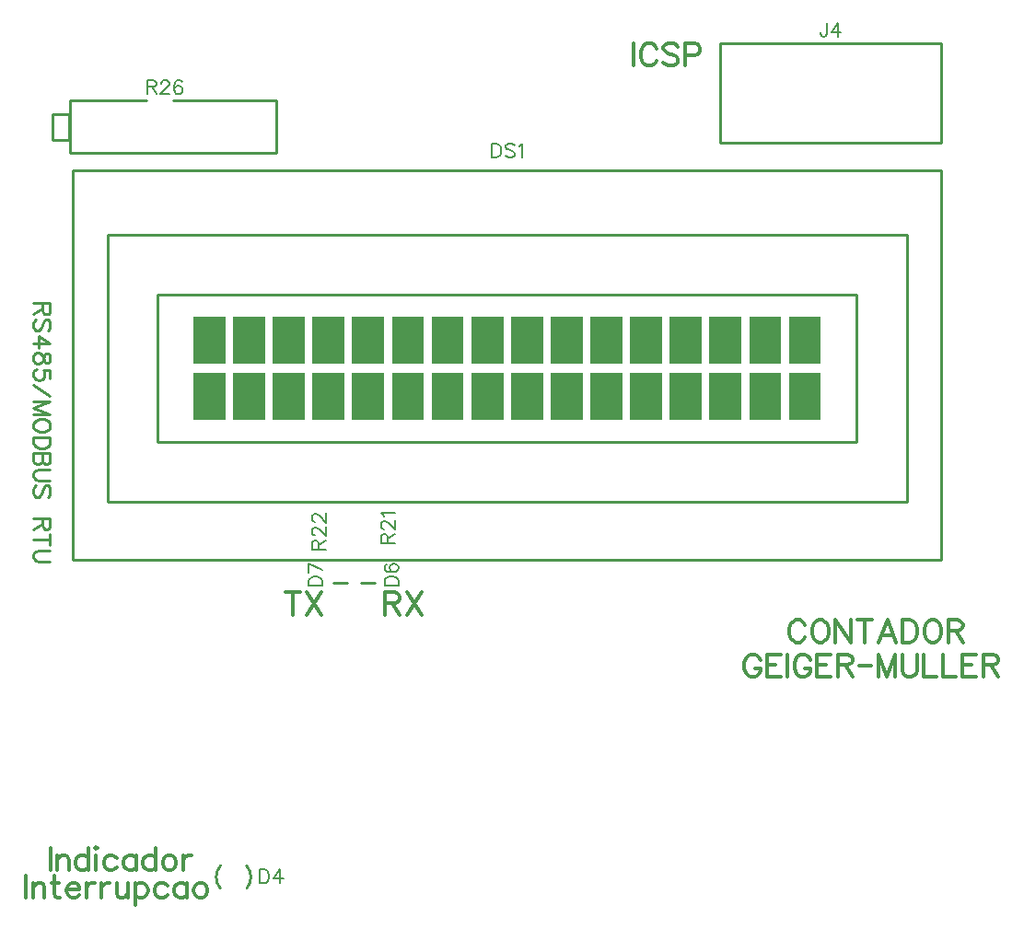
<source format=gto>
G04 DipTrace 3.0.0.2*
G04 TopSilkscreen.gto*
%MOIN*%
G04 #@! TF.FileFunction,Legend,Top*
G04 #@! TF.Part,Single*
%ADD10C,0.009843*%
%ADD128C,0.00772*%
%ADD129C,0.012351*%
%ADD130C,0.009264*%
%FSLAX26Y26*%
G04*
G70*
G90*
G75*
G01*
G04 TopSilk*
%LPD*%
X1327630Y1157564D2*
D10*
G02X1328764Y1239796I47136J40474D01*
G01*
X1423630Y1157564D2*
G03X1422496Y1239796I-47136J40474D01*
G01*
X1836634Y2262085D2*
X1887776D1*
X1736634D2*
X1787776D1*
X795134Y3756726D2*
X3936913D1*
Y2347230D1*
X795134D1*
Y3756726D1*
X919185Y3524383D2*
X3812862D1*
Y2555828D1*
X919185D1*
Y3524383D1*
X1100319Y3307919D2*
X3631728D1*
Y2772438D1*
X1100319D1*
Y3307919D1*
G36*
X1230429Y3055911D2*
X1346189D1*
Y3227218D1*
X1230429D1*
Y3055911D1*
G37*
G36*
Y2853139D2*
X1346189D1*
Y3024301D1*
X1230429D1*
Y2853139D1*
G37*
G36*
X1373933Y3055911D2*
X1490012D1*
Y3227218D1*
X1373933D1*
Y3055911D1*
G37*
G36*
Y2853139D2*
X1490012D1*
Y3024301D1*
X1373933D1*
Y2853139D1*
G37*
G36*
X1517437Y3055911D2*
X1633835D1*
Y3227218D1*
X1517437D1*
Y3055911D1*
G37*
G36*
Y2853139D2*
X1633835D1*
Y3024301D1*
X1517437D1*
Y2853139D1*
G37*
G36*
X1661260Y3055911D2*
X1777657D1*
Y3227218D1*
X1661260D1*
Y3055911D1*
G37*
G36*
Y2853139D2*
X1777657D1*
Y3024301D1*
X1661260D1*
Y2853139D1*
G37*
G36*
X1804764Y3055911D2*
X1921161D1*
Y3227218D1*
X1804764D1*
Y3055911D1*
G37*
G36*
Y2853139D2*
X1921161D1*
Y3024301D1*
X1804764D1*
Y2853139D1*
G37*
G36*
X1948906Y3055911D2*
X2064665D1*
Y3227218D1*
X1948906D1*
Y3055911D1*
G37*
G36*
Y2853139D2*
X2064665D1*
Y3024301D1*
X1948906D1*
Y2853139D1*
G37*
G36*
X2092409Y3055911D2*
X2208488D1*
Y3227218D1*
X2092409D1*
Y3055911D1*
G37*
G36*
Y2853139D2*
X2208488D1*
Y3024301D1*
X2092409D1*
Y2853139D1*
G37*
G36*
X2235913Y3055911D2*
X2352311D1*
Y3227218D1*
X2235913D1*
Y3055911D1*
G37*
G36*
Y2853139D2*
X2352311D1*
Y3024301D1*
X2235913D1*
Y2853139D1*
G37*
G36*
X2379736Y3055911D2*
X2496134D1*
Y3227218D1*
X2379736D1*
Y3055911D1*
G37*
G36*
Y2853139D2*
X2496134D1*
Y3024301D1*
X2379736D1*
Y2853139D1*
G37*
G36*
X2523559Y3055911D2*
X2639638D1*
Y3227218D1*
X2523559D1*
Y3055911D1*
G37*
G36*
Y2853139D2*
X2639638D1*
Y3024301D1*
X2523559D1*
Y2853139D1*
G37*
G36*
X2667382Y3055911D2*
X2783142D1*
Y3227218D1*
X2667382D1*
Y3055911D1*
G37*
G36*
Y2853139D2*
X2783142D1*
Y3024301D1*
X2667382D1*
Y2853139D1*
G37*
G36*
X2810886Y3055911D2*
X2927283D1*
Y3227218D1*
X2810886D1*
Y3055911D1*
G37*
G36*
Y2853139D2*
X2927283D1*
Y3024301D1*
X2810886D1*
Y2853139D1*
G37*
G36*
X2954390Y3055911D2*
X3070787D1*
Y3227218D1*
X2954390D1*
Y3055911D1*
G37*
G36*
Y2853139D2*
X3070787D1*
Y3024301D1*
X2954390D1*
Y2853139D1*
G37*
G36*
X3098213Y3055911D2*
X3214610D1*
Y3227218D1*
X3098213D1*
Y3055911D1*
G37*
G36*
Y2853139D2*
X3214610D1*
Y3024301D1*
X3098213D1*
Y2853139D1*
G37*
G36*
X3242035Y3055911D2*
X3358114D1*
Y3227218D1*
X3242035D1*
Y3055911D1*
G37*
G36*
Y2853139D2*
X3358114D1*
Y3024301D1*
X3242035D1*
Y2853139D1*
G37*
G36*
X3385858Y3055911D2*
X3501618D1*
Y3227218D1*
X3385858D1*
Y3055911D1*
G37*
G36*
Y2853139D2*
X3501618D1*
Y3024301D1*
X3385858D1*
Y2853139D1*
G37*
X3137205Y4217205D2*
D10*
X3937205D1*
Y3857205D1*
X3137205D1*
Y4217205D1*
X1531890Y3819587D2*
X782259D1*
X1531890Y4009350D2*
X1157074D1*
X1531890D2*
Y3819587D1*
X782259Y4009350D2*
Y3819587D1*
X781530Y3868014D2*
X721654D1*
Y3960923D1*
X781530D1*
Y3868014D1*
X1058631Y4009350D2*
X782259D1*
X1470729Y1225874D2*
D128*
Y1175634D1*
X1487475D1*
X1494660Y1178066D1*
X1499469Y1182819D1*
X1501845Y1187627D1*
X1504222Y1194757D1*
Y1206751D1*
X1501845Y1213936D1*
X1499469Y1218689D1*
X1494660Y1223497D1*
X1487475Y1225874D1*
X1470729D1*
X1543593Y1175634D2*
Y1225819D1*
X1519661Y1192381D1*
X1555531D1*
X1921954Y2253201D2*
X1972194D1*
Y2269948D1*
X1969762Y2277133D1*
X1965009Y2281941D1*
X1960201Y2284318D1*
X1953071Y2286695D1*
X1941077D1*
X1933892Y2284318D1*
X1929139Y2281941D1*
X1924331Y2277133D1*
X1921954Y2269948D1*
Y2253201D1*
X1929139Y2330819D2*
X1924386Y2328442D1*
X1922009Y2321257D1*
Y2316504D1*
X1924386Y2309319D1*
X1931571Y2304510D1*
X1943509Y2302134D1*
X1955447D1*
X1965009Y2304510D1*
X1969818Y2309319D1*
X1972194Y2316504D1*
Y2318880D1*
X1969818Y2326010D1*
X1965009Y2330819D1*
X1957824Y2333195D1*
X1955447D1*
X1948262Y2330819D1*
X1943509Y2326010D1*
X1941133Y2318880D1*
Y2316504D1*
X1943509Y2309319D1*
X1948262Y2304510D1*
X1955447Y2302134D1*
X1646954Y2251985D2*
X1697194D1*
Y2268732D1*
X1694762Y2275917D1*
X1690009Y2280725D1*
X1685201Y2283102D1*
X1678071Y2285479D1*
X1666077D1*
X1658892Y2283102D1*
X1654139Y2280725D1*
X1649331Y2275917D1*
X1646954Y2268732D1*
Y2251985D1*
X1697194Y2310479D2*
X1647009Y2334411D1*
Y2300918D1*
X2311094Y3853547D2*
Y3803307D1*
X2327841D1*
X2335026Y3805739D1*
X2339834Y3810492D1*
X2342211Y3815301D1*
X2344588Y3822430D1*
Y3834424D1*
X2342211Y3841609D1*
X2339834Y3846362D1*
X2335026Y3851171D1*
X2327841Y3853547D1*
X2311094D1*
X2393520Y3846362D2*
X2388767Y3851171D1*
X2381582Y3853547D1*
X2372020D1*
X2364835Y3851171D1*
X2360027Y3846362D1*
Y3841609D1*
X2362459Y3836801D1*
X2364835Y3834424D1*
X2369589Y3832047D1*
X2383959Y3827239D1*
X2388767Y3824862D1*
X2391144Y3822430D1*
X2393520Y3817677D1*
Y3810492D1*
X2388767Y3805739D1*
X2381582Y3803307D1*
X2372020D1*
X2364835Y3805739D1*
X2360027Y3810492D1*
X2408959Y3843930D2*
X2413768Y3846362D1*
X2420953Y3853492D1*
Y3803307D1*
X3523516Y4290428D2*
Y4252181D1*
X3521139Y4244996D1*
X3518708Y4242620D1*
X3513954Y4240188D1*
X3509146D1*
X3504393Y4242620D1*
X3502016Y4244996D1*
X3499584Y4252181D1*
Y4256934D1*
X3562887Y4240188D2*
Y4290373D1*
X3538955Y4256934D1*
X3574825D1*
X1933386Y2407177D2*
Y2428677D1*
X1930954Y2435862D1*
X1928577Y2438294D1*
X1923824Y2440670D1*
X1919016D1*
X1914263Y2438294D1*
X1911831Y2435862D1*
X1909454Y2428677D1*
Y2407177D1*
X1959694D1*
X1933386Y2423924D2*
X1959694Y2440670D1*
X1921448Y2458541D2*
X1919071D1*
X1914263Y2460918D1*
X1911886Y2463295D1*
X1909509Y2468103D1*
Y2477665D1*
X1911886Y2482418D1*
X1914263Y2484794D1*
X1919071Y2487226D1*
X1923824D1*
X1928633Y2484794D1*
X1935762Y2480041D1*
X1959694Y2456110D1*
Y2489603D1*
X1919071Y2505042D2*
X1916639Y2509851D1*
X1909509Y2517036D1*
X1959694D1*
X1683386Y2383927D2*
Y2405427D1*
X1680954Y2412612D1*
X1678577Y2415044D1*
X1673824Y2417420D1*
X1669016D1*
X1664263Y2415044D1*
X1661831Y2412612D1*
X1659454Y2405427D1*
Y2383927D1*
X1709694D1*
X1683386Y2400674D2*
X1709694Y2417420D1*
X1671448Y2435292D2*
X1669071D1*
X1664263Y2437668D1*
X1661886Y2440045D1*
X1659509Y2444853D1*
Y2454415D1*
X1661886Y2459168D1*
X1664263Y2461545D1*
X1669071Y2463976D1*
X1673824D1*
X1678633Y2461545D1*
X1685762Y2456791D1*
X1709694Y2432860D1*
Y2466353D1*
X1671448Y2484224D2*
X1669071D1*
X1664263Y2486601D1*
X1661886Y2488977D1*
X1659509Y2493786D1*
Y2503347D1*
X1661886Y2508101D1*
X1664263Y2510477D1*
X1669071Y2512909D1*
X1673824D1*
X1678633Y2510477D1*
X1685762Y2505724D1*
X1709694Y2481792D1*
Y2515286D1*
X1062308Y4058642D2*
X1083808D1*
X1090993Y4061074D1*
X1093425Y4063450D1*
X1095802Y4068203D1*
Y4073012D1*
X1093425Y4077765D1*
X1090993Y4080197D1*
X1083808Y4082573D1*
X1062308D1*
Y4032333D1*
X1079055Y4058642D2*
X1095802Y4032333D1*
X1113673Y4070580D2*
Y4072957D1*
X1116049Y4077765D1*
X1118426Y4080142D1*
X1123234Y4082518D1*
X1132796D1*
X1137549Y4080142D1*
X1139926Y4077765D1*
X1142358Y4072957D1*
Y4068203D1*
X1139926Y4063395D1*
X1135173Y4056265D1*
X1111241Y4032333D1*
X1144734D1*
X1188858Y4075388D2*
X1186482Y4080142D1*
X1179297Y4082518D1*
X1174544D1*
X1167359Y4080142D1*
X1162550Y4072957D1*
X1160173Y4061018D1*
Y4049080D1*
X1162550Y4039519D1*
X1167359Y4034710D1*
X1174544Y4032333D1*
X1176920D1*
X1184050Y4034710D1*
X1188858Y4039519D1*
X1191235Y4046704D1*
Y4049080D1*
X1188858Y4056265D1*
X1184050Y4061018D1*
X1176920Y4063395D1*
X1174544D1*
X1167359Y4061018D1*
X1162550Y4056265D1*
X1160173Y4049080D1*
X712205Y1303747D2*
D129*
Y1223363D1*
X736907Y1276952D2*
Y1223363D1*
Y1261653D2*
X748403Y1273149D1*
X756097Y1276952D1*
X767505D1*
X775198Y1273149D1*
X779001Y1261653D1*
Y1223363D1*
X849599Y1303747D2*
Y1223363D1*
Y1265456D2*
X841994Y1273149D1*
X834301Y1276952D1*
X822805D1*
X815199Y1273149D1*
X807506Y1265456D1*
X803703Y1253960D1*
Y1246355D1*
X807506Y1234859D1*
X815199Y1227254D1*
X822805Y1223363D1*
X834301D1*
X841994Y1227254D1*
X849599Y1234859D1*
X874302Y1303747D2*
X878105Y1299944D1*
X881996Y1303747D1*
X878105Y1307638D1*
X874302Y1303747D1*
X878105Y1276952D2*
Y1223363D1*
X952683Y1265456D2*
X944989Y1273149D1*
X937296Y1276952D1*
X925888D1*
X918194Y1273149D1*
X910589Y1265456D1*
X906698Y1253960D1*
Y1246355D1*
X910589Y1234859D1*
X918194Y1227254D1*
X925888Y1223363D1*
X937296D1*
X944989Y1227254D1*
X952683Y1234859D1*
X1023281Y1276952D2*
Y1223363D1*
Y1265456D2*
X1015676Y1273149D1*
X1007983Y1276952D1*
X996575D1*
X988881Y1273149D1*
X981276Y1265456D1*
X977385Y1253960D1*
Y1246355D1*
X981276Y1234859D1*
X988881Y1227254D1*
X996575Y1223363D1*
X1007983D1*
X1015676Y1227254D1*
X1023281Y1234859D1*
X1093880Y1303747D2*
Y1223363D1*
Y1265456D2*
X1086275Y1273149D1*
X1078581Y1276952D1*
X1067085D1*
X1059480Y1273149D1*
X1051787Y1265456D1*
X1047984Y1253960D1*
Y1246355D1*
X1051787Y1234859D1*
X1059480Y1227254D1*
X1067085Y1223363D1*
X1078581D1*
X1086275Y1227254D1*
X1093880Y1234859D1*
X1137684Y1276952D2*
X1130079Y1273149D1*
X1122385Y1265456D1*
X1118583Y1253960D1*
Y1246355D1*
X1122385Y1234859D1*
X1130079Y1227254D1*
X1137684Y1223363D1*
X1149180D1*
X1156873Y1227254D1*
X1164478Y1234859D1*
X1168369Y1246355D1*
Y1253960D1*
X1164478Y1265456D1*
X1156873Y1273149D1*
X1149180Y1276952D1*
X1137684D1*
X1193072D2*
Y1223363D1*
Y1253960D2*
X1196963Y1265456D1*
X1204568Y1273149D1*
X1212262Y1276952D1*
X1223758D1*
X624705Y1203747D2*
Y1123363D1*
X649407Y1176952D2*
Y1123363D1*
Y1161653D2*
X660903Y1173149D1*
X668597Y1176952D1*
X680005D1*
X687698Y1173149D1*
X691501Y1161653D1*
Y1123363D1*
X727699Y1203747D2*
Y1138661D1*
X731502Y1127254D1*
X739196Y1123363D1*
X746801D1*
X716203Y1176952D2*
X742998D1*
X771503Y1153960D2*
X817399D1*
Y1161653D1*
X813597Y1169347D1*
X809794Y1173149D1*
X802101Y1176952D1*
X790605D1*
X783000Y1173149D1*
X775306Y1165456D1*
X771503Y1153960D1*
Y1146355D1*
X775306Y1134859D1*
X783000Y1127254D1*
X790605Y1123363D1*
X802101D1*
X809794Y1127254D1*
X817399Y1134859D1*
X842102Y1176952D2*
Y1123363D1*
Y1153960D2*
X845993Y1165456D1*
X853598Y1173149D1*
X861292Y1176952D1*
X872788D1*
X897490D2*
Y1123363D1*
Y1153960D2*
X901381Y1165456D1*
X908987Y1173149D1*
X916680Y1176952D1*
X928176D1*
X952879D2*
Y1138661D1*
X956681Y1127254D1*
X964375Y1123363D1*
X975871D1*
X983476Y1127254D1*
X994972Y1138661D1*
Y1176952D2*
Y1123363D1*
X1019675Y1176952D2*
Y1096568D1*
Y1165456D2*
X1027369Y1173061D1*
X1034974Y1176952D1*
X1046470D1*
X1054163Y1173061D1*
X1061768Y1165456D1*
X1065659Y1153960D1*
Y1146266D1*
X1061768Y1134859D1*
X1054163Y1127165D1*
X1046470Y1123363D1*
X1034974D1*
X1027369Y1127165D1*
X1019675Y1134859D1*
X1136346Y1165456D2*
X1128653Y1173149D1*
X1120959Y1176952D1*
X1109552D1*
X1101858Y1173149D1*
X1094253Y1165456D1*
X1090362Y1153960D1*
Y1146355D1*
X1094253Y1134859D1*
X1101858Y1127254D1*
X1109552Y1123363D1*
X1120959D1*
X1128653Y1127254D1*
X1136346Y1134859D1*
X1206945Y1176952D2*
Y1123363D1*
Y1165456D2*
X1199340Y1173149D1*
X1191646Y1176952D1*
X1180239D1*
X1172545Y1173149D1*
X1164940Y1165456D1*
X1161049Y1153960D1*
Y1146355D1*
X1164940Y1134859D1*
X1172545Y1127254D1*
X1180239Y1123363D1*
X1191646D1*
X1199340Y1127254D1*
X1206945Y1134859D1*
X1250749Y1176952D2*
X1243144Y1173149D1*
X1235450Y1165456D1*
X1231648Y1153960D1*
Y1146355D1*
X1235450Y1134859D1*
X1243144Y1127254D1*
X1250749Y1123363D1*
X1262245D1*
X1269938Y1127254D1*
X1277544Y1134859D1*
X1281435Y1146355D1*
Y1153960D1*
X1277544Y1165456D1*
X1269938Y1173149D1*
X1262245Y1176952D1*
X1250749D1*
X1924705Y2190456D2*
X1959104D1*
X1970600Y2194347D1*
X1974491Y2198149D1*
X1978294Y2205755D1*
Y2213448D1*
X1974491Y2221053D1*
X1970600Y2224944D1*
X1959104Y2228747D1*
X1924705D1*
Y2148363D1*
X1951499Y2190456D2*
X1978294Y2148363D1*
X2002997Y2228747D2*
X2056586Y2148363D1*
Y2228747D2*
X2002997Y2148363D1*
X1588999Y2228747D2*
Y2148363D1*
X1562205Y2228747D2*
X1615794D1*
X1640497D2*
X1694086Y2148363D1*
Y2228747D2*
X1640497Y2148363D1*
X3444596Y2109646D2*
X3440794Y2117251D1*
X3433100Y2124944D1*
X3425495Y2128747D1*
X3410197D1*
X3402503Y2124944D1*
X3394898Y2117251D1*
X3391007Y2109646D1*
X3387205Y2098149D1*
Y2078960D1*
X3391007Y2067552D1*
X3394898Y2059859D1*
X3402503Y2052254D1*
X3410197Y2048363D1*
X3425495D1*
X3433100Y2052254D1*
X3440794Y2059859D1*
X3444596Y2067552D1*
X3492291Y2128747D2*
X3484598Y2124944D1*
X3476993Y2117251D1*
X3473102Y2109646D1*
X3469299Y2098149D1*
Y2078960D1*
X3473102Y2067552D1*
X3476993Y2059859D1*
X3484598Y2052254D1*
X3492291Y2048363D1*
X3507590D1*
X3515195Y2052254D1*
X3522889Y2059859D1*
X3526691Y2067552D1*
X3530494Y2078960D1*
Y2098149D1*
X3526691Y2109646D1*
X3522889Y2117251D1*
X3515195Y2124944D1*
X3507590Y2128747D1*
X3492291D1*
X3608786D2*
Y2048363D1*
X3555196Y2128747D1*
Y2048363D1*
X3660283Y2128747D2*
Y2048363D1*
X3633489Y2128747D2*
X3687078D1*
X3773064Y2048363D2*
X3742378Y2128747D1*
X3711781Y2048363D1*
X3723277Y2075157D2*
X3761568D1*
X3797766Y2128747D2*
Y2048363D1*
X3824561D1*
X3836057Y2052254D1*
X3843751Y2059859D1*
X3847553Y2067552D1*
X3851356Y2078960D1*
Y2098149D1*
X3847553Y2109646D1*
X3843751Y2117251D1*
X3836057Y2124944D1*
X3824561Y2128747D1*
X3797766D1*
X3899051D2*
X3891357Y2124944D1*
X3883752Y2117251D1*
X3879861Y2109646D1*
X3876059Y2098149D1*
Y2078960D1*
X3879861Y2067552D1*
X3883752Y2059859D1*
X3891357Y2052254D1*
X3899051Y2048363D1*
X3914349D1*
X3921954Y2052254D1*
X3929648Y2059859D1*
X3933450Y2067552D1*
X3937253Y2078960D1*
Y2098149D1*
X3933450Y2109646D1*
X3929648Y2117251D1*
X3921954Y2124944D1*
X3914349Y2128747D1*
X3899051D1*
X3961956Y2090456D2*
X3996356D1*
X4007852Y2094347D1*
X4011743Y2098149D1*
X4015545Y2105755D1*
Y2113448D1*
X4011743Y2121053D1*
X4007852Y2124944D1*
X3996356Y2128747D1*
X3961956D1*
Y2048363D1*
X3988750Y2090456D2*
X4015545Y2048363D1*
X3282096Y1984646D2*
X3278294Y1992251D1*
X3270600Y1999944D1*
X3262995Y2003747D1*
X3247697D1*
X3240003Y1999944D1*
X3232398Y1992251D1*
X3228507Y1984646D1*
X3224705Y1973149D1*
Y1953960D1*
X3228507Y1942552D1*
X3232398Y1934859D1*
X3240003Y1927254D1*
X3247697Y1923363D1*
X3262995D1*
X3270600Y1927254D1*
X3278294Y1934859D1*
X3282096Y1942552D1*
Y1953960D1*
X3262995D1*
X3356498Y2003747D2*
X3306799D1*
Y1923363D1*
X3356498D1*
X3306799Y1965456D2*
X3337396D1*
X3381200Y2003747D2*
Y1923363D1*
X3463295Y1984646D2*
X3459493Y1992251D1*
X3451799Y1999944D1*
X3444194Y2003747D1*
X3428895D1*
X3421202Y1999944D1*
X3413597Y1992251D1*
X3409706Y1984646D1*
X3405903Y1973149D1*
Y1953960D1*
X3409706Y1942552D1*
X3413597Y1934859D1*
X3421202Y1927254D1*
X3428895Y1923363D1*
X3444194D1*
X3451799Y1927254D1*
X3459493Y1934859D1*
X3463295Y1942552D1*
Y1953960D1*
X3444194D1*
X3537696Y2003747D2*
X3487998D1*
Y1923363D1*
X3537696D1*
X3487998Y1965456D2*
X3518595D1*
X3562399D2*
X3596799D1*
X3608295Y1969347D1*
X3612186Y1973149D1*
X3615988Y1980755D1*
Y1988448D1*
X3612186Y1996053D1*
X3608295Y1999944D1*
X3596799Y2003747D1*
X3562399D1*
Y1923363D1*
X3589194Y1965456D2*
X3615988Y1923363D1*
X3640691Y1963510D2*
X3684907D1*
X3770804Y1923363D2*
Y2003747D1*
X3740207Y1923363D1*
X3709610Y2003747D1*
Y1923363D1*
X3795507Y2003747D2*
Y1946355D1*
X3799309Y1934859D1*
X3807003Y1927254D1*
X3818499Y1923363D1*
X3826104D1*
X3837600Y1927254D1*
X3845294Y1934859D1*
X3849096Y1946355D1*
Y2003747D1*
X3873799D2*
Y1923363D1*
X3919695D1*
X3944398Y2003747D2*
Y1923363D1*
X3990293D1*
X4064695Y2003747D2*
X4014996D1*
Y1923363D1*
X4064695D1*
X4014996Y1965456D2*
X4045593D1*
X4089397D2*
X4123797D1*
X4135293Y1969347D1*
X4139184Y1973149D1*
X4142987Y1980755D1*
Y1988448D1*
X4139184Y1996053D1*
X4135293Y1999944D1*
X4123797Y2003747D1*
X4089397D1*
Y1923363D1*
X4116192Y1965456D2*
X4142987Y1923363D1*
X2824705Y4216247D2*
Y4135863D1*
X2906799Y4197146D2*
X2902997Y4204751D1*
X2895303Y4212444D1*
X2887698Y4216247D1*
X2872399D1*
X2864706Y4212444D1*
X2857101Y4204751D1*
X2853210Y4197146D1*
X2849407Y4185649D1*
Y4166460D1*
X2853210Y4155052D1*
X2857101Y4147359D1*
X2864706Y4139754D1*
X2872399Y4135863D1*
X2887698D1*
X2895303Y4139754D1*
X2902997Y4147359D1*
X2906799Y4155052D1*
X2985091Y4204751D2*
X2977486Y4212444D1*
X2965990Y4216247D1*
X2950692D1*
X2939196Y4212444D1*
X2931502Y4204751D1*
Y4197146D1*
X2935393Y4189452D1*
X2939196Y4185649D1*
X2946801Y4181847D1*
X2969793Y4174153D1*
X2977486Y4170351D1*
X2981289Y4166460D1*
X2985091Y4158855D1*
Y4147359D1*
X2977486Y4139754D1*
X2965990Y4135863D1*
X2950692D1*
X2939196Y4139754D1*
X2931502Y4147359D1*
X3009794Y4174153D2*
X3044282D1*
X3055690Y4177956D1*
X3059581Y4181847D1*
X3063384Y4189452D1*
Y4200948D1*
X3059581Y4208553D1*
X3055690Y4212444D1*
X3044282Y4216247D1*
X3009794D1*
Y4135863D1*
X683088Y3275482D2*
D130*
Y3249682D1*
X686006Y3241060D1*
X688858Y3238142D1*
X694562Y3235290D1*
X700332D1*
X706036Y3238142D1*
X708954Y3241060D1*
X711806Y3249682D1*
Y3275482D1*
X651518D1*
X683088Y3255386D2*
X651518Y3235290D1*
X703184Y3176571D2*
X708954Y3182275D1*
X711806Y3190897D1*
Y3202371D1*
X708954Y3210993D1*
X703184Y3216763D1*
X697480D1*
X691710Y3213845D1*
X688858Y3210993D1*
X686006Y3205289D1*
X680236Y3188045D1*
X677384Y3182275D1*
X674466Y3179423D1*
X668762Y3176571D1*
X660140D1*
X654436Y3182275D1*
X651518Y3190897D1*
Y3202371D1*
X654436Y3210993D1*
X660140Y3216763D1*
X651518Y3129326D2*
X711739D1*
X671614Y3158044D1*
Y3115000D1*
X711739Y3082147D2*
X708887Y3090703D1*
X703184Y3093621D1*
X697414D1*
X691710Y3090703D1*
X688791Y3084999D1*
X685940Y3073525D1*
X683088Y3064903D1*
X677318Y3059199D1*
X671614Y3056348D1*
X662992D1*
X657288Y3059199D1*
X654370Y3062051D1*
X651518Y3070673D1*
Y3082147D1*
X654370Y3090703D1*
X657288Y3093621D1*
X662992Y3096473D1*
X671614D1*
X677318Y3093621D1*
X683088Y3087851D1*
X685940Y3079295D1*
X688791Y3067821D1*
X691710Y3062051D1*
X697414Y3059199D1*
X703184D1*
X708887Y3062051D1*
X711739Y3070673D1*
Y3082147D1*
Y3003399D2*
Y3032050D1*
X685940Y3034902D1*
X688791Y3032050D1*
X691710Y3023428D1*
Y3014872D1*
X688791Y3006250D1*
X683088Y3000480D1*
X674466Y2997628D1*
X668762D1*
X660140Y3000480D1*
X654370Y3006250D1*
X651518Y3014873D1*
Y3023428D1*
X654370Y3032050D1*
X657288Y3034902D1*
X662992Y3037820D1*
X651518Y2979101D2*
X711739Y2938909D1*
X651518Y2874486D2*
X711806D1*
X651518Y2897434D1*
X711806Y2920382D1*
X651518D1*
X711806Y2838715D2*
X708954Y2844485D1*
X703184Y2850189D1*
X697480Y2853107D1*
X688858Y2855959D1*
X674466D1*
X665910Y2853107D1*
X660140Y2850189D1*
X654436Y2844485D1*
X651518Y2838715D1*
Y2827241D1*
X654436Y2821537D1*
X660140Y2815767D1*
X665910Y2812915D1*
X674466Y2810063D1*
X688858D1*
X697480Y2812915D1*
X703184Y2815767D1*
X708954Y2821537D1*
X711806Y2827241D1*
Y2838715D1*
Y2791536D2*
X651518D1*
Y2771440D1*
X654436Y2762818D1*
X660140Y2757048D1*
X665910Y2754196D1*
X674466Y2751344D1*
X688858D1*
X697480Y2754196D1*
X703184Y2757048D1*
X708954Y2762818D1*
X711806Y2771440D1*
Y2791536D1*
Y2732817D2*
X651518D1*
Y2706951D1*
X654436Y2698329D1*
X657288Y2695477D1*
X662992Y2692625D1*
X671614D1*
X677384Y2695477D1*
X680236Y2698329D1*
X683088Y2706951D1*
X686006Y2698329D1*
X688858Y2695477D1*
X694562Y2692625D1*
X700332D1*
X706036Y2695477D1*
X708954Y2698329D1*
X711806Y2706951D1*
Y2732817D1*
X683088D2*
Y2706951D1*
X711806Y2674098D2*
X668762D1*
X660140Y2671246D1*
X654436Y2665476D1*
X651518Y2656854D1*
Y2651150D1*
X654436Y2642528D1*
X660140Y2636758D1*
X668762Y2633906D1*
X711806D1*
X703184Y2575187D2*
X708954Y2580891D1*
X711806Y2589513D1*
Y2600987D1*
X708954Y2609609D1*
X703184Y2615379D1*
X697480D1*
X691710Y2612461D1*
X688858Y2609609D1*
X686006Y2603905D1*
X680236Y2586661D1*
X677384Y2580891D1*
X674466Y2578039D1*
X668762Y2575187D1*
X660140D1*
X654436Y2580891D1*
X651518Y2589513D1*
Y2600987D1*
X654436Y2609609D1*
X660140Y2615379D1*
X683088Y2498339D2*
Y2472539D1*
X686006Y2463917D1*
X688858Y2460999D1*
X694562Y2458147D1*
X700332D1*
X706036Y2460999D1*
X708954Y2463917D1*
X711806Y2472539D1*
Y2498339D1*
X651518D1*
X683088Y2478243D2*
X651518Y2458147D1*
X711806Y2419524D2*
X651518D1*
X711806Y2439620D2*
Y2399428D1*
Y2380901D2*
X668762D1*
X660140Y2378049D1*
X654436Y2372279D1*
X651518Y2363657D1*
Y2357953D1*
X654436Y2349331D1*
X660140Y2343561D1*
X668762Y2340709D1*
X711806D1*
M02*

</source>
